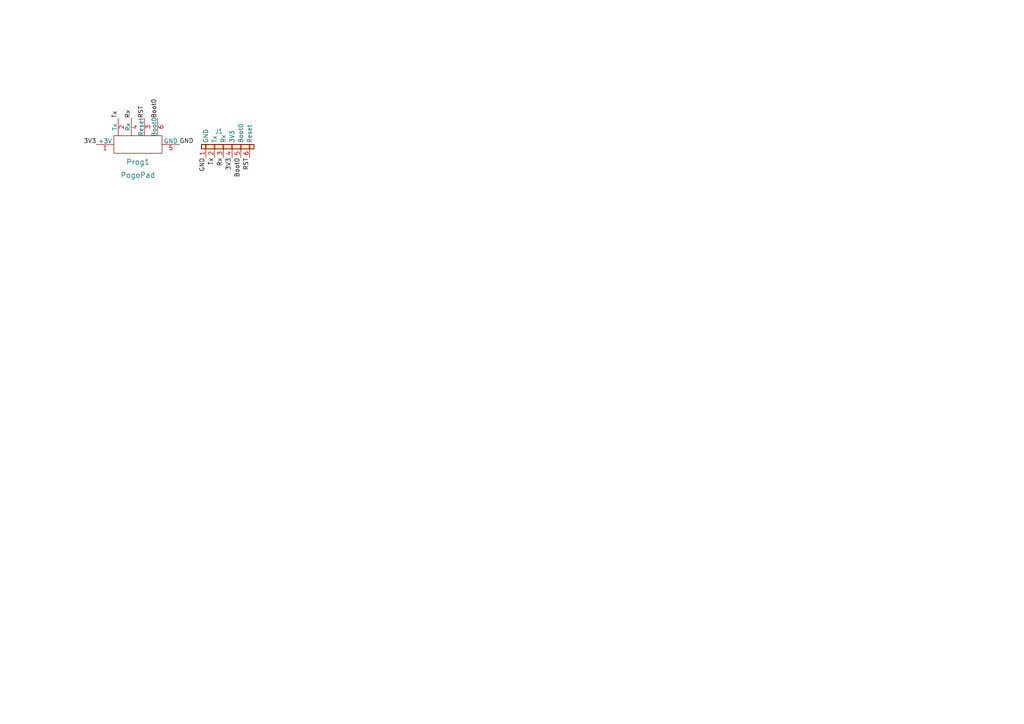
<source format=kicad_sch>
(kicad_sch (version 20211123) (generator eeschema)
  (paper "A4")
  (lib_symbols
    (symbol "localstuff:PogoPad" (pin_names (offset 0))
      (property "Reference" "Prog" (at -3.81 2.54 90))
      (property "Value" "PogoPad" (at -1.27 -7.62 90))
      (symbol "PogoPad_0_1"
        (rectangle (start -2.54 -7.62) (end 2.54 6.35))
      )
      (symbol "PogoPad_1_1"
        (pin power_out line (at 0 11.43 270) (length 5.08) (name "+3V") (number "1"))
        (pin input line (at 7.62 5.08 180) (length 5.08) (name "Tx") (number "2"))
        (pin output line (at 7.62 -2.54 180) (length 5.08) (name "Reset") (number "3"))
        (pin output line (at 7.62 1.27 180) (length 5.08) (name "Rx") (number "4"))
        (pin power_out line (at 0 -12.7 90) (length 5.08) (name "GND") (number "5"))
        (pin output line (at 7.62 -6.35 180) (length 5.08) (name "Boot0") (number "6"))
      )
    )
    (symbol "localstuff:Prog-Wire" (pin_names (offset 1.7))
      (property "Reference" "J" (at 0 7.62 0))
      (property "Value" "Prog-Wire" (at 0 -10.16 0))
      (symbol "Prog-Wire_1_1"
        (rectangle (start -1.27 -7.493) (end 0 -7.747) (stroke (width 0.1524)))
        (rectangle (start -1.27 -4.953) (end 0 -5.207) (stroke (width 0.1524)))
        (rectangle (start -1.27 -2.413) (end 0 -2.667) (stroke (width 0.1524)))
        (rectangle (start -1.27 0.127) (end 0 -0.127) (stroke (width 0.1524)))
        (rectangle (start -1.27 2.667) (end 0 2.413) (stroke (width 0.1524)))
        (rectangle (start -1.27 5.207) (end 0 4.953) (stroke (width 0.1524)))
        (rectangle (start -1.27 6.35) (end 0 -8.89) (stroke (width 0.254)) (fill (type background)))
        (pin power_out line (at -3.81 5.08 0) (length 2.54) (name "GND") (number "1"))
        (pin input line (at -3.81 2.54 0) (length 2.54) (name "Tx") (number "2"))
        (pin output line (at -3.81 0 0) (length 2.54) (name "Rx") (number "3"))
        (pin power_out line (at -3.81 -2.54 0) (length 2.54) (name "3V3") (number "4"))
        (pin output line (at -3.81 -5.08 0) (length 2.54) (name "Boot0") (number "5"))
        (pin output line (at -3.81 -7.62 0) (length 2.54) (name "Reset") (number "6"))
      )
    )
  )
  (label "RST" (at 41.91 34.29 90))
  (label "Tx" (at 34.29 34.29 90))
  (label "RST" (at 72.39 45.72 270))
  (label "3V3" (at 67.31 45.72 270))
  (label "Boot0" (at 69.85 45.72 270))
  (label "Rx" (at 64.77 45.72 270))
  (label "Boot0" (at 45.72 34.29 90))
  (label "GND" (at 52.07 41.91 0))
  (label "GND" (at 59.69 45.72 270))
  (label "3V3" (at 27.94 41.91 180))
  (label "Rx" (at 38.1 34.29 90))
  (label "Tx" (at 62.23 45.72 270))
  (symbol (lib_id "localstuff:Prog-Wire") (at 64.77 41.91 90) (unit 1)
    (property "Reference" "J1" (at 63.5 38.1 90))
    (property "Value" "Conn_01x06" (effects hide))
    (property "Footprint" "localstuff:Prog-Solder" (effects hide))
  )
  (symbol (lib_id "localstuff:PogoPad") (at 39.37 41.91 90) (unit 1)
    (property "Reference" "Prog1" (at 40.005 46.99 90) (effects (font (size 1.524 1.524))))
    (property "Value" "PogoPad" (at 40.005 50.8 90) (effects (font (size 1.524 1.524))))
    (property "Footprint" "localstuff:2X3_PAD" (effects hide))
  )
)
</source>
